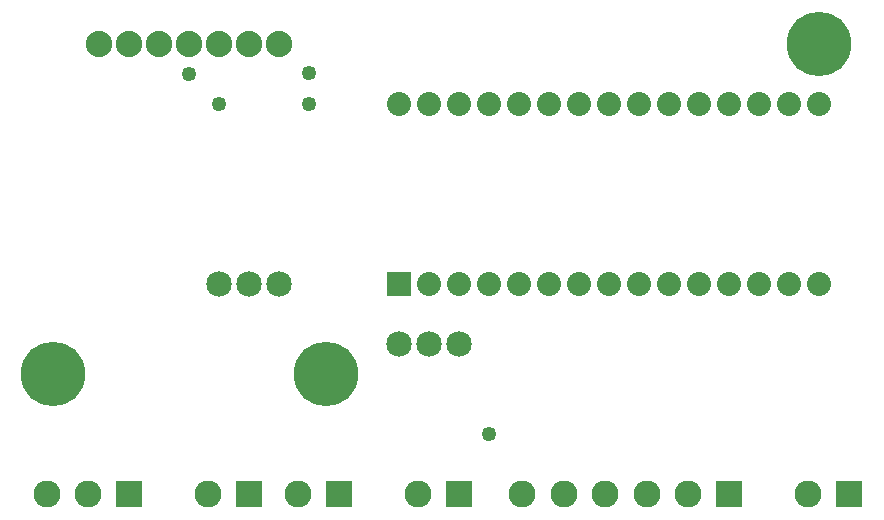
<source format=gts>
G04 MADE WITH FRITZING*
G04 WWW.FRITZING.ORG*
G04 DOUBLE SIDED*
G04 HOLES PLATED*
G04 CONTOUR ON CENTER OF CONTOUR VECTOR*
%ASAXBY*%
%FSLAX23Y23*%
%MOIN*%
%OFA0B0*%
%SFA1.0B1.0*%
%ADD10C,0.049370*%
%ADD11C,0.214725*%
%ADD12C,0.090000*%
%ADD13C,0.080000*%
%ADD14C,0.085000*%
%ADD15C,0.088000*%
%ADD16R,0.090000X0.090000*%
%ADD17R,0.080000X0.079972*%
%LNMASK1*%
G90*
G70*
G54D10*
X1598Y330D03*
X598Y1530D03*
X999Y1532D03*
X698Y1430D03*
X998Y1430D03*
G54D11*
X2698Y1630D03*
X145Y530D03*
X1055Y530D03*
G54D12*
X2798Y130D03*
X2660Y130D03*
G54D13*
X1298Y830D03*
X1398Y830D03*
X1498Y830D03*
X1598Y830D03*
X1698Y830D03*
X1798Y830D03*
X1898Y830D03*
X1998Y830D03*
X2098Y830D03*
X2198Y830D03*
X2298Y830D03*
X2398Y830D03*
X2498Y830D03*
X2598Y830D03*
X2698Y830D03*
X1298Y1430D03*
X1398Y1430D03*
X1498Y1430D03*
X1598Y1430D03*
X1698Y1430D03*
X1798Y1430D03*
X1898Y1430D03*
X1998Y1430D03*
X2098Y1430D03*
X2198Y1430D03*
X2298Y1430D03*
X2398Y1430D03*
X2498Y1430D03*
X2598Y1430D03*
X2698Y1430D03*
G54D14*
X1498Y630D03*
X1398Y630D03*
X1298Y630D03*
X898Y830D03*
X798Y830D03*
X698Y830D03*
G54D12*
X2398Y130D03*
X2260Y130D03*
X2123Y130D03*
X1985Y130D03*
X1847Y130D03*
X1709Y130D03*
X1098Y130D03*
X960Y130D03*
X798Y130D03*
X660Y130D03*
X398Y130D03*
X260Y130D03*
X123Y130D03*
G54D15*
X298Y1630D03*
X398Y1630D03*
X498Y1630D03*
X598Y1630D03*
X698Y1630D03*
X798Y1630D03*
X898Y1630D03*
G54D12*
X1498Y130D03*
X1360Y130D03*
G54D16*
X2798Y130D03*
G54D17*
X1298Y830D03*
G54D16*
X2398Y130D03*
X1098Y130D03*
X798Y130D03*
X398Y130D03*
X1498Y130D03*
G04 End of Mask1*
M02*
</source>
